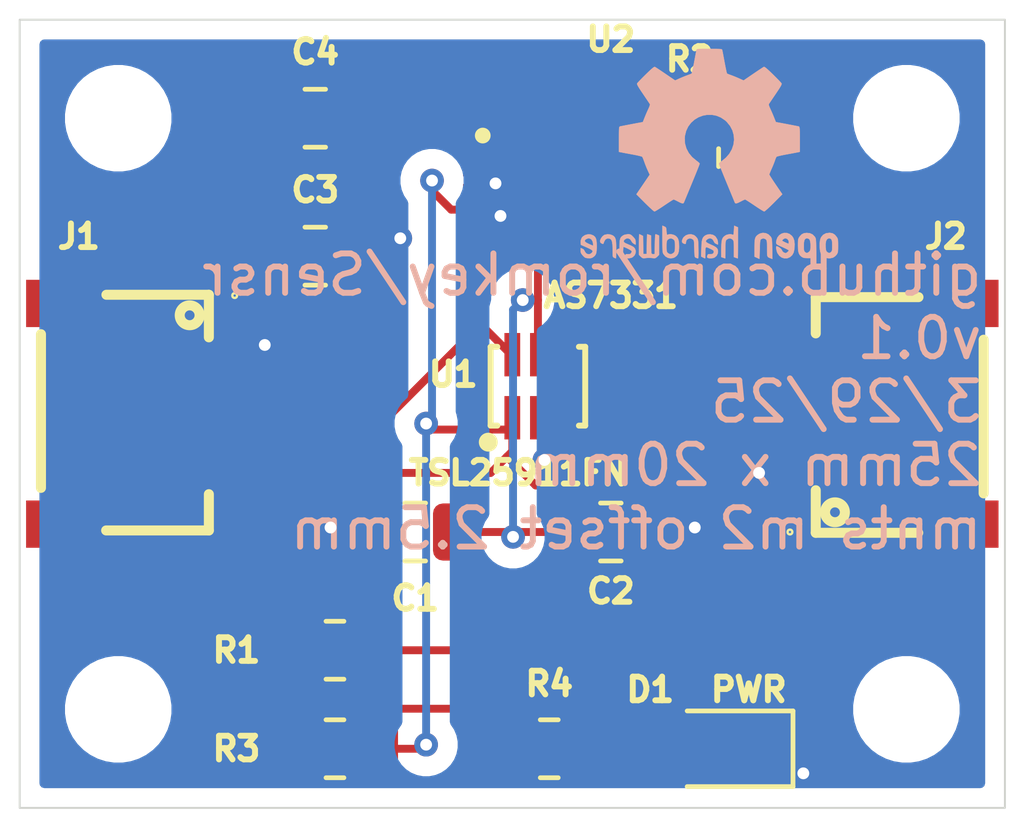
<source format=kicad_pcb>
(kicad_pcb (version 20241229) (generator "pcbnew") (generator_version "9.0")
  (layers (0 "F.Cu" signal) (2 "B.Cu" signal) (13 "F.Paste" user) (15 "B.Paste" user) (5 "F.SilkS" user "F.Silkscreen") (7 "B.SilkS" user "B.Silkscreen") (1 "F.Mask" user) (3 "B.Mask" user) (25 "Edge.Cuts" user))
  (net 0 "")
  (net 1 "GND")
  (net 2 "+3.3V")
  (net 4 "+3V3")
  (net 5 "/SDA")
  (net 6 "/SCL")
  (net 10 "Net-(D1-A)")
  (net 11 "Net-(U2-REXT)")
  (footprint "MountingHole:MountingHole_2.2mm_M2" (layer "F.Cu") (at 22.5 22.5)
    (property "Reference" "M2" (hide yes))
    (property "Value" "MountingHole_2.2mm_M2" (hide yes))
    (pad "" np_thru_hole circle (at 0 0) (size 2.2 2.2) (drill 2.2) (layers "*.Cu" "*.Mask"))
  )
  (footprint "MountingHole:MountingHole_2.2mm_M2" (layer "F.Cu") (at 42.5 22.5)
    (property "Reference" "M4" (hide yes))
    (property "Value" "MountingHole_2.2mm_M2" (hide yes))
    (pad "" np_thru_hole circle (at 0 0) (size 2.2 2.2) (drill 2.2) (layers "*.Cu" "*.Mask"))
  )
  (footprint "Resistor_SMD:R_0805_2012Metric_Pad1.20x1.40mm_HandSolder" (layer "F.Cu") (at 28 36)
    (property "Reference" "R1" (at -2.5 0 0) (layer "F.SilkS") (effects (font (size 0.6 0.6))))
    (property "Value" "4.7K" (hide yes))
    (pad "1" smd roundrect (at -1 0) (size 1.2 1.4) (layers "F.Cu" "F.Mask" "F.Paste") (roundrect_rratio 0.208333) (net 4 "+3V3"))
    (pad "2" smd roundrect (at 1 0) (size 1.2 1.4) (layers "F.Cu" "F.Mask" "F.Paste") (roundrect_rratio 0.208333) (net 5 "/SDA"))
  )
  (footprint "Resistor_SMD:R_0805_2012Metric_Pad1.20x1.40mm_HandSolder" (layer "F.Cu") (at 37 23.5 -90)
    (property "Reference" "R2" (at -2.5 0 0) (layer "F.SilkS") (effects (font (size 0.6 0.6))))
    (property "Value" "3.3MΩ" (hide yes))
    (pad "1" smd roundrect (at -1 0 270) (size 1.2 1.4) (layers "F.Cu" "F.Mask" "F.Paste") (roundrect_rratio 0.208333) (net 11 "Net-(U2-REXT)"))
    (pad "2" smd roundrect (at 1 0 270) (size 1.2 1.4) (layers "F.Cu" "F.Mask" "F.Paste") (roundrect_rratio 0.208333) (net 1 "GND"))
  )
  (footprint "EasyEDA:OLGA-16_L3.7-W2.6-P0.50-TL_AS7331-AQFM" (layer "F.Cu") (at 32.45 24.07)
    (property "Reference" "U2" (at 2.55 -3.57 0) (layer "F.SilkS") (effects (font (size 0.6 0.6))))
    (property "Value" "AS7331" (at 2.55 2.93 0) (layer "F.SilkS") (effects (font (size 0.6 0.6))))
    (pad "1" smd rect (at -0.75 -1.57) (size 0.3 0.3) (layers "F.Cu" "F.Mask" "F.Paste") (net 1 "GND"))
    (pad "2" smd rect (at -0.25 -1.57) (size 0.3 0.3) (layers "F.Cu" "F.Mask" "F.Paste") (net 1 "GND"))
    (pad "3" smd rect (at 0.25 -1.57) (size 0.3 0.3) (layers "F.Cu" "F.Mask" "F.Paste") (net 2 "+3.3V"))
    (pad "4" smd rect (at 0.75 -1.57) (size 0.3 0.3) (layers "F.Cu" "F.Mask" "F.Paste") (net 11 "Net-(U2-REXT)"))
    (pad "5" smd rect (at 1.05 -0.75) (size 0.3 0.3) (layers "F.Cu" "F.Mask" "F.Paste") (net 1 "GND"))
    (pad "6" smd rect (at 1.05 -0.25) (size 0.3 0.3) (layers "F.Cu" "F.Mask" "F.Paste") (net 1 "GND"))
    (pad "7" smd rect (at 1.05 0.25) (size 0.3 0.3) (layers "F.Cu" "F.Mask" "F.Paste") (net 1 "GND"))
    (pad "8" smd rect (at 1.05 0.75) (size 0.3 0.3) (layers "F.Cu" "F.Mask" "F.Paste"))
    (pad "9" smd rect (at 0.75 1.57) (size 0.3 0.3) (layers "F.Cu" "F.Mask" "F.Paste"))
    (pad "10" smd rect (at 0.25 1.57) (size 0.3 0.3) (layers "F.Cu" "F.Mask" "F.Paste") (net 2 "+3.3V"))
    (pad "11" smd rect (at -0.25 1.57) (size 0.3 0.3) (layers "F.Cu" "F.Mask" "F.Paste") (net 1 "GND"))
    (pad "12" smd rect (at -0.75 1.57) (size 0.3 0.3) (layers "F.Cu" "F.Mask" "F.Paste") (net 5 "/SDA"))
    (pad "13" smd rect (at -1.05 0.75) (size 0.3 0.3) (layers "F.Cu" "F.Mask" "F.Paste") (net 6 "/SCL"))
    (pad "14" smd rect (at -1.05 0.25) (size 0.3 0.3) (layers "F.Cu" "F.Mask" "F.Paste") (net 1 "GND"))
    (pad "15" smd rect (at -1.05 -0.25) (size 0.3 0.3) (layers "F.Cu" "F.Mask" "F.Paste") (net 1 "GND"))
    (pad "16" smd rect (at -1.05 -0.75) (size 0.3 0.3) (layers "F.Cu" "F.Mask" "F.Paste") (net 1 "GND"))
  )
  (footprint "MountingHole:MountingHole_2.2mm_M2" (layer "F.Cu") (at 42.5 37.5)
    (property "Reference" "M3" (hide yes))
    (property "Value" "MountingHole_2.2mm_M2" (hide yes))
    (pad "" np_thru_hole circle (at 0 0) (size 2.2 2.2) (drill 2.2) (layers "*.Cu" "*.Mask"))
  )
  (footprint "Resistor_SMD:R_0805_2012Metric_Pad1.20x1.40mm_HandSolder" (layer "F.Cu") (at 28 38.5)
    (property "Reference" "R3" (at -2.5 0 0) (layer "F.SilkS") (effects (font (size 0.6 0.6))))
    (property "Value" "4.7K" (hide yes))
    (pad "1" smd roundrect (at -1 0) (size 1.2 1.4) (layers "F.Cu" "F.Mask" "F.Paste") (roundrect_rratio 0.208333) (net 4 "+3V3"))
    (pad "2" smd roundrect (at 1 0) (size 1.2 1.4) (layers "F.Cu" "F.Mask" "F.Paste") (roundrect_rratio 0.208333) (net 6 "/SCL"))
  )
  (footprint "footprint:CONN-SMD_4P-P1.00_SM04B-SRSS-TB-LF-SN" (layer "F.Cu") (at 42 30 90)
    (property "Reference" "J2" (at 4.5 1.5 0) (layer "F.SilkS") (effects (font (size 0.6 0.6))))
    (property "Value" "SM04B-SRSS-TB_(LF)(SN)" (hide yes))
    (pad "1" smd rect (at -1.499873 -1.938024 90) (size 0.6 1.550013) (layers "F.Cu" "F.Mask" "F.Paste") (net 1 "GND"))
    (pad "2" smd rect (at -0.499873 -1.938024 90) (size 0.6 1.550013) (layers "F.Cu" "F.Mask" "F.Paste") (net 4 "+3V3"))
    (pad "3" smd rect (at 0.500381 -1.937516 90) (size 0.6 1.550013) (layers "F.Cu" "F.Mask" "F.Paste") (net 5 "/SDA"))
    (pad "4" smd rect (at 1.500381 -1.937516 90) (size 0.6 1.550013) (layers "F.Cu" "F.Mask" "F.Paste") (net 6 "/SCL"))
    (pad "5" smd rect (at 2.800102 1.938024 90) (size 1.2 1.8) (layers "F.Cu" "F.Mask" "F.Paste"))
    (pad "6" smd rect (at -2.800102 1.937516 90) (size 1.2 1.8) (layers "F.Cu" "F.Mask" "F.Paste"))
  )
  (footprint "footprint:CONN-SMD_4P-P1.00_SM04B-SRSS-TB-LF-SN" (layer "F.Cu") (at 23 30 -90)
    (property "Reference" "J1" (at -4.5 1.5 0) (layer "F.SilkS") (effects (font (size 0.6 0.6))))
    (property "Value" "SM04B-SRSS-TB_(LF)(SN)" (hide yes))
    (pad "1" smd rect (at -1.499873 -1.938024 270) (size 0.6 1.550013) (layers "F.Cu" "F.Mask" "F.Paste") (net 1 "GND"))
    (pad "2" smd rect (at -0.499873 -1.938024 270) (size 0.6 1.550013) (layers "F.Cu" "F.Mask" "F.Paste") (net 4 "+3V3"))
    (pad "3" smd rect (at 0.500381 -1.937516 270) (size 0.6 1.550013) (layers "F.Cu" "F.Mask" "F.Paste") (net 5 "/SDA"))
    (pad "4" smd rect (at 1.500381 -1.937516 270) (size 0.6 1.550013) (layers "F.Cu" "F.Mask" "F.Paste") (net 6 "/SCL"))
    (pad "5" smd rect (at 2.800102 1.938024 270) (size 1.2 1.8) (layers "F.Cu" "F.Mask" "F.Paste"))
    (pad "6" smd rect (at -2.800102 1.937516 270) (size 1.2 1.8) (layers "F.Cu" "F.Mask" "F.Paste"))
  )
  (footprint "Resistor_SMD:R_0805_2012Metric_Pad1.20x1.40mm_HandSolder" (layer "F.Cu") (at 33.4375 38.5)
    (property "Reference" "R4" (at 0 -1.65 0) (layer "F.SilkS") (effects (font (size 0.6 0.6))))
    (property "Value" "10K" (hide yes))
    (pad "1" smd roundrect (at -1 0) (size 1.2 1.4) (layers "F.Cu" "F.Mask" "F.Paste") (roundrect_rratio 0.208333) (net 4 "+3V3"))
    (pad "2" smd roundrect (at 1 0) (size 1.2 1.4) (layers "F.Cu" "F.Mask" "F.Paste") (roundrect_rratio 0.208333) (net 10 "Net-(D1-A)"))
  )
  (footprint "Capacitor_SMD:C_0805_2012Metric_Pad1.18x1.45mm_HandSolder" (layer "F.Cu") (at 35 33)
    (property "Reference" "C2" (at 0 1.5 0) (layer "F.SilkS") (effects (font (size 0.6 0.6))))
    (property "Value" "10µF" (hide yes))
    (pad "1" smd roundrect (at -1.0375 0) (size 1.175 1.45) (layers "F.Cu" "F.Mask" "F.Paste") (roundrect_rratio 0.212766) (net 2 "+3.3V"))
    (pad "2" smd roundrect (at 1.0375 0) (size 1.175 1.45) (layers "F.Cu" "F.Mask" "F.Paste") (roundrect_rratio 0.212766) (net 1 "GND"))
  )
  (footprint "EasyEDA:DFN-6_L2.4-W2.0-P0.65-BL" (layer "F.Cu") (at 33.15 29.3)
    (property "Reference" "U1" (at -2.15 -0.3 0) (layer "F.SilkS") (effects (font (size 0.6 0.6))))
    (property "Value" "TSL25911FN" (at -0.5 2.2 0) (layer "F.SilkS") (effects (font (size 0.6 0.6))))
    (pad "1" smd rect (at -0.65 0.8) (size 0.4 1.1) (layers "F.Cu" "F.Mask" "F.Paste") (net 6 "/SCL"))
    (pad "2" smd rect (at 0 0.8) (size 0.4 1.1) (layers "F.Cu" "F.Mask" "F.Paste"))
    (pad "3" smd rect (at 0.65 0.8) (size 0.4 1.1) (layers "F.Cu" "F.Mask" "F.Paste") (net 1 "GND"))
    (pad "4" smd rect (at 0.65 -0.8) (size 0.4 1.1) (layers "F.Cu" "F.Mask" "F.Paste"))
    (pad "5" smd rect (at 0 -0.8) (size 0.4 1.1) (layers "F.Cu" "F.Mask" "F.Paste") (net 2 "+3.3V"))
    (pad "6" smd rect (at -0.65 -0.8) (size 0.4 1.1) (layers "F.Cu" "F.Mask" "F.Paste") (net 5 "/SDA"))
  )
  (footprint "Capacitor_SMD:C_0805_2012Metric_Pad1.18x1.45mm_HandSolder" (layer "F.Cu") (at 30.0375 33 180)
    (property "Reference" "C1" (at 0 -1.68 0) (layer "F.SilkS") (effects (font (size 0.6 0.6))))
    (property "Value" "100nF" (hide yes))
    (pad "1" smd roundrect (at -1.0375 0 180) (size 1.175 1.45) (layers "F.Cu" "F.Mask" "F.Paste") (roundrect_rratio 0.212766) (net 2 "+3.3V"))
    (pad "2" smd roundrect (at 1.0375 0 180) (size 1.175 1.45) (layers "F.Cu" "F.Mask" "F.Paste") (roundrect_rratio 0.212766) (net 1 "GND"))
  )
  (footprint "LED_SMD:LED_0805_2012Metric" (layer "F.Cu") (at 37.9375 38.5 180)
    (property "Reference" "D1" (at 1.9375 1.5 0) (layer "F.SilkS") (effects (font (size 0.6 0.6))))
    (property "Value" "PWR" (at -0.5625 1.5 0) (layer "F.SilkS") (effects (font (size 0.6 0.6))))
    (pad "1" smd roundrect (at -0.9375 0 180) (size 0.975 1.4) (layers "F.Cu" "F.Mask" "F.Paste") (net 1 "GND"))
    (pad "2" smd roundrect (at 0.9375 0 180) (size 0.975 1.4) (layers "F.Cu" "F.Mask" "F.Paste") (net 10 "Net-(D1-A)"))
  )
  (footprint "Capacitor_SMD:C_0805_2012Metric_Pad1.18x1.45mm_HandSolder" (layer "F.Cu") (at 27.5 26)
    (property "Reference" "C3" (at 0 -1.68 0) (layer "F.SilkS") (effects (font (size 0.6 0.6))))
    (property "Value" "100nF" (hide yes))
    (pad "1" smd roundrect (at -1.0375 0) (size 1.175 1.45) (layers "F.Cu" "F.Mask" "F.Paste") (roundrect_rratio 0.212766) (net 2 "+3.3V"))
    (pad "2" smd roundrect (at 1.0375 0) (size 1.175 1.45) (layers "F.Cu" "F.Mask" "F.Paste") (roundrect_rratio 0.212766) (net 1 "GND"))
  )
  (footprint "MountingHole:MountingHole_2.2mm_M2" (layer "F.Cu") (at 22.5 37.5)
    (property "Reference" "M1" (hide yes))
    (property "Value" "MountingHole_2.2mm_M2" (hide yes))
    (pad "" np_thru_hole circle (at 0 0) (size 2.2 2.2) (drill 2.2) (layers "*.Cu" "*.Mask"))
  )
  (footprint "Capacitor_SMD:C_0805_2012Metric_Pad1.18x1.45mm_HandSolder" (layer "F.Cu") (at 27.5 22.5)
    (property "Reference" "C4" (at 0 -1.68 0) (layer "F.SilkS") (effects (font (size 0.6 0.6))))
    (property "Value" "100nF" (hide yes))
    (pad "1" smd roundrect (at -1.0375 0) (size 1.175 1.45) (layers "F.Cu" "F.Mask" "F.Paste") (roundrect_rratio 0.212766) (net 2 "+3.3V"))
    (pad "2" smd roundrect (at 1.0375 0) (size 1.175 1.45) (layers "F.Cu" "F.Mask" "F.Paste") (roundrect_rratio 0.212766) (net 1 "GND"))
  )
  (footprint "1myFootprints:OSHW-Logo2_7.3x6mm_SilkScreen" (layer "B.Cu") (at 37.5 23.5 180)
    (property "Reference" "REF**" (hide yes))
    (property "Value" "OSHW-Logo2_7.3x6mm_SilkScreen" (hide yes))
  )
  (gr_rect (start 20 20) (end 45 40) (stroke (width 0.05)) (fill no) (layer "Edge.Cuts"))
  (gr_text "github.com/romkey/Sensr\nv0.1\n3/29/25\n25mm x 20mm\nmnts m2 offset 2.5mm\n" (at 44.5 33.5 0) (layer "B.SilkS") (effects (font (size 1 1)) (justify left bottom mirror)))
  (segment (start 33.3225 23.7717) (end 33.5 23.7717) (width 0.2) (layer "F.Cu") (net 1))
  (segment (start 31.7 22.5683) (end 31.7 22.5) (width 0.2) (layer "F.Cu") (net 1))
  (segment (start 33.5 23.82) (end 33.2742 23.82) (width 0.2) (layer "F.Cu") (net 1))
  (segment (start 26.2188 28.2536) (end 26.0147 28.4577) (width 0.2) (layer "F.Cu") (net 1))
  (segment (start 31.4 22.8683) (end 31.7 22.5683) (width 0.2) (layer "F.Cu") (net 1))
  (segment (start 33.8 30.9517) (end 33.5368 30.9517) (width 0.2) (layer "F.Cu") (net 1))
  (segment (start 32.0739 24.1533) (end 32.0739 24.2089) (width 0.2) (layer "F.Cu") (net 1))
  (segment (start 28.8855 32.8855) (end 29 33) (width 0.2) (layer "F.Cu") (net 1))
  (segment (start 32.2 25.64) (end 32.2 24.9795) (width 0.2) (layer "F.Cu") (net 1))
  (segment (start 31.9628 24.2089) (end 32.0739 24.2089) (width 0.2) (layer "F.Cu") (net 1))
  (segment (start 26.0147 28.4577) (end 26.0147 28.5001) (width 0.2) (layer "F.Cu") (net 1))
  (segment (start 28.9914 25.5461) (end 28.5375 26) (width 0.2) (layer "F.Cu") (net 1))
  (segment (start 27.8872 32.8855) (end 28.8855 32.8855) (width 0.2) (layer "F.Cu") (net 1))
  (segment (start 33.0483 24.0978) (end 33.0483 23.82) (width 0.2) (layer "F.Cu") (net 1))
  (segment (start 29.6574 25.5461) (end 28.9914 25.5461) (width 0.2) (layer "F.Cu") (net 1))
  (segment (start 37.1303 32.8855) (end 36.152 32.8855) (width 0.2) (layer "F.Cu") (net 1))
  (segment (start 32.9372 24.2089) (end 33.0483 24.0978) (width 0.2) (layer "F.Cu") (net 1))
  (segment (start 31.7 22.5) (end 32.2 22.5) (width 0.2) (layer "F.Cu") (net 1))
  (segment (start 33.5368 30.9517) (end 33.3157 31.1728) (width 0.2) (layer "F.Cu") (net 1))
  (segment (start 31.4 24.32) (end 31.4 23.82) (width 0.2) (layer "F.Cu") (net 1))
  (segment (start 33.2742 23.82) (end 33.0483 23.82) (width 0.2) (layer "F.Cu") (net 1))
  (segment (start 33.5 24.32) (end 36.82 24.32) (width 0.2) (layer "F.Cu") (net 1))
  (segment (start 31.4 23.82) (end 31.4 23.32) (width 0.2) (layer "F.Cu") (net 1))
  (segment (start 38.7618 31.4999) (end 40.062 31.4999) (width 0.2) (layer "F.Cu") (net 1))
  (segment (start 33.8 30.1) (end 33.8 30.9517) (width 0.2) (layer "F.Cu") (net 1))
  (segment (start 31.8517 24.32) (end 31.9628 24.2089) (width 0.2) (layer "F.Cu") (net 1))
  (segment (start 31.4 24.32) (end 31.8517 24.32) (width 0.2) (layer "F.Cu") (net 1))
  (segment (start 31.4 23.32) (end 31.4 22.8683) (width 0.2) (layer "F.Cu") (net 1))
  (segment (start 28.5375 22.5) (end 31.7 22.5) (width 0.2) (layer "F.Cu") (net 1))
  (segment (start 33.5 23.32) (end 33.5 23.7717) (width 0.2) (layer "F.Cu") (net 1))
  (segment (start 39.4984 39.1234) (end 38.875 38.5) (width 0.2) (layer "F.Cu") (net 1))
  (segment (start 36.152 32.8855) (end 36.0375 33) (width 0.2) (layer "F.Cu") (net 1))
  (segment (start 33.2742 23.82) (end 33.3225 23.7717) (width 0.2) (layer "F.Cu") (net 1))
  (segment (start 36.82 24.32) (end 37 24.5) (width 0.2) (layer "F.Cu") (net 1))
  (segment (start 32.9372 24.2089) (end 33.0483 24.32) (width 0.2) (layer "F.Cu") (net 1))
  (segment (start 39.8845 39.1234) (end 39.4984 39.1234) (width 0.2) (layer "F.Cu") (net 1))
  (segment (start 32.0739 24.2089) (end 32.9372 24.2089) (width 0.2) (layer "F.Cu") (net 1))
  (segment (start 24.938 28.5001) (end 26.0147 28.5001) (width 0.2) (layer "F.Cu") (net 1))
  (segment (start 33.5 24.32) (end 33.0483 24.32) (width 0.2) (layer "F.Cu") (net 1))
  (via (at 29.6574 25.5461) (size 0.6) (drill 0.3) (layers "F.Cu" "B.Cu") (net 1))
  (via (at 33.3157 31.1728) (size 0.6) (drill 0.3) (layers "F.Cu" "B.Cu") (net 1))
  (via (at 32.2 24.9795) (size 0.6) (drill 0.3) (layers "F.Cu" "B.Cu") (net 1))
  (via (at 26.2188 28.2536) (size 0.6) (drill 0.3) (layers "F.Cu" "B.Cu") (net 1))
  (via (at 32.0739 24.1533) (size 0.6) (drill 0.3) (layers "F.Cu" "B.Cu") (net 1))
  (via (at 27.8872 32.8855) (size 0.6) (drill 0.3) (layers "F.Cu" "B.Cu") (net 1))
  (via (at 37.1303 32.8855) (size 0.6) (drill 0.3) (layers "F.Cu" "B.Cu") (net 1))
  (via (at 39.8845 39.1234) (size 0.6) (drill 0.3) (layers "F.Cu" "B.Cu") (net 1))
  (via (at 38.7618 31.4999) (size 0.6) (drill 0.3) (layers "F.Cu" "B.Cu") (net 1))
  (segment (start 32.5188 33) (end 33.9625 33) (width 0.2) (layer "F.Cu") (net 2))
  (segment (start 26.4625 22.5) (end 26.4625 26) (width 0.2) (layer "F.Cu") (net 2))
  (segment (start 31.075 33) (end 32.5188 33) (width 0.2) (layer "F.Cu") (net 2))
  (segment (start 32.7 26.0917) (end 33.1358 26.0917) (width 0.2) (layer "F.Cu") (net 2))
  (segment (start 37.7414 21.5739) (end 33.1744 21.5739) (width 0.2) (layer "F.Cu") (net 2))
  (segment (start 32.7 25.64) (end 32.7 26.0917) (width 0.2) (layer "F.Cu") (net 2))
  (segment (start 27.5392 21.4233) (end 32.075 21.4233) (width 0.2) (layer "F.Cu") (net 2))
  (segment (start 33.15 28.5) (end 33.15 27.1142) (width 0.2) (layer "F.Cu") (net 2))
  (segment (start 38.0441 21.8766) (end 37.7414 21.5739) (width 0.2) (layer "F.Cu") (net 2))
  (segment (start 33.1744 21.5739) (end 32.7 22.0483) (width 0.2) (layer "F.Cu") (net 2))
  (segment (start 33.15 26.1059) (end 36.9841 26.1059) (width 0.2) (layer "F.Cu") (net 2))
  (segment (start 33.15 27.1142) (end 33.15 26.1059) (width 0.2) (layer "F.Cu") (net 2))
  (segment (start 32.075 21.4233) (end 32.7 22.0483) (width 0.2) (layer "F.Cu") (net 2))
  (segment (start 33.1358 26.0917) (end 33.15 26.1059) (width 0.2) (layer "F.Cu") (net 2))
  (segment (start 32.5188 33.1229) (end 32.5188 33) (width 0.2) (layer "F.Cu") (net 2))
  (segment (start 26.4625 22.5) (end 27.5392 21.4233) (width 0.2) (layer "F.Cu") (net 2))
  (segment (start 38.0441 25.0459) (end 38.0441 21.8766) (width 0.2) (layer "F.Cu") (net 2))
  (segment (start 33.15 27.1142) (end 32.7642 27.1142) (width 0.2) (layer "F.Cu") (net 2))
  (segment (start 32.7 22.5) (end 32.7 22.0483) (width 0.2) (layer "F.Cu") (net 2))
  (segment (start 36.9841 26.1059) (end 38.0441 25.0459) (width 0.2) (layer "F.Cu") (net 2))
  (via (at 32.5188 33.1229) (size 0.6) (drill 0.3) (layers "F.Cu" "B.Cu") (net 2))
  (via (at 32.7642 27.1142) (size 0.6) (drill 0.3) (layers "F.Cu" "B.Cu") (net 2))
  (segment (start 32.5188 27.3596) (end 32.5188 33.1229) (width 0.2) (layer "B.Cu") (net 2))
  (segment (start 32.7642 27.1142) (end 32.5188 27.3596) (width 0.2) (layer "B.Cu") (net 2))
  (segment (start 36.066 37.0012) (end 33.9363 37.0012) (width 0.2) (layer "F.Cu") (net 4))
  (segment (start 23.4231 32.4231) (end 27 36) (width 0.2) (layer "F.Cu") (net 4))
  (segment (start 41.1387 30.4999) (end 41.1387 31.9285) (width 0.2) (layer "F.Cu") (net 4))
  (segment (start 41.1387 31.9285) (end 36.066 37.0012) (width 0.2) (layer "F.Cu") (net 4))
  (segment (start 23.4231 29.9383) (end 23.4231 32.4231) (width 0.2) (layer "F.Cu") (net 4))
  (segment (start 27 38.5) (end 27 37.4844) (width 0.2) (layer "F.Cu") (net 4))
  (segment (start 24.938 29.5001) (end 23.8613 29.5001) (width 0.2) (layer "F.Cu") (net 4))
  (segment (start 27 37.4844) (end 27 36) (width 0.2) (layer "F.Cu") (net 4))
  (segment (start 27 37.4844) (end 31.4219 37.4844) (width 0.2) (layer "F.Cu") (net 4))
  (segment (start 31.4219 37.4844) (end 32.4375 38.5) (width 0.2) (layer "F.Cu") (net 4))
  (segment (start 33.9363 37.0012) (end 32.4375 38.5) (width 0.2) (layer "F.Cu") (net 4))
  (segment (start 23.8613 29.5001) (end 23.4231 29.9383) (width 0.2) (layer "F.Cu") (net 4))
  (segment (start 40.062 30.4999) (end 41.1387 30.4999) (width 0.2) (layer "F.Cu") (net 4))
  (segment (start 24.9375 30.5004) (end 28.9297 30.5004) (width 0.2) (layer "F.Cu") (net 5))
  (segment (start 29 36) (end 26.6122 33.6122) (width 0.2) (layer "F.Cu") (net 5))
  (segment (start 28.9297 30.5004) (end 31.7 27.7301) (width 0.2) (layer "F.Cu") (net 5))
  (segment (start 35 32.4219) (end 35 33.6251) (width 0.2) (layer "F.Cu") (net 5))
  (segment (start 31.7 27.7301) (end 31.7 25.64) (width 0.2) (layer "F.Cu") (net 5))
  (segment (start 35 33.6251) (end 32.6251 36) (width 0.2) (layer "F.Cu") (net 5))
  (segment (start 26.6122 33.6122) (end 25.4992 33.6122) (width 0.2) (layer "F.Cu") (net 5))
  (segment (start 23.8608 31.9738) (end 23.8608 30.5004) (width 0.2) (layer "F.Cu") (net 5))
  (segment (start 25.4992 33.6122) (end 23.8608 31.9738) (width 0.2) (layer "F.Cu") (net 5))
  (segment (start 40.0625 29.4996) (end 37.9223 29.4996) (width 0.2) (layer "F.Cu") (net 5))
  (segment (start 37.9223 29.4996) (end 35 32.4219) (width 0.2) (layer "F.Cu") (net 5))
  (segment (start 24.9375 30.5004) (end 23.8608 30.5004) (width 0.2) (layer "F.Cu") (net 5))
  (segment (start 32.4699 28.5) (end 31.7 27.7301) (width 0.2) (layer "F.Cu") (net 5))
  (segment (start 32.6251 36) (end 29 36) (width 0.2) (layer "F.Cu") (net 5))
  (segment (start 32.5 28.5) (end 32.4699 28.5) (width 0.2) (layer "F.Cu") (net 5))
  (segment (start 31.9513 31.5004) (end 32.3628 31.0889) (width 0.2) (layer "F.Cu") (net 6))
  (segment (start 30.4628 24.0815) (end 30.4628 24.3345) (width 0.2) (layer "F.Cu") (net 6))
  (segment (start 32.3628 31.0889) (end 33.0913 31.8174) (width 0.2) (layer "F.Cu") (net 6))
  (segment (start 31.4 24.82) (end 30.9483 24.82) (width 0.2) (layer "F.Cu") (net 6))
  (segment (start 32.5 30.1) (end 32.5 30.4002) (width 0.2) (layer "F.Cu") (net 6))
  (segment (start 30.2096 38.5) (end 30.313 38.3966) (width 0.2) (layer "F.Cu") (net 6))
  (segment (start 36.8444 28.4996) (end 40.0625 28.4996) (width 0.2) (layer "F.Cu") (net 6))
  (segment (start 32.5 30.4002) (end 32.5 30.9517) (width 0.2) (layer "F.Cu") (net 6))
  (segment (start 32.5 30.4002) (end 30.4654 30.4002) (width 0.2) (layer "F.Cu") (net 6))
  (segment (start 24.9375 31.5004) (end 31.9513 31.5004) (width 0.2) (layer "F.Cu") (net 6))
  (segment (start 32.3628 31.0889) (end 32.5 30.9517) (width 0.2) (layer "F.Cu") (net 6))
  (segment (start 30.4654 30.4002) (end 30.313 30.2478) (width 0.2) (layer "F.Cu") (net 6))
  (segment (start 29 38.5) (end 30.2096 38.5) (width 0.2) (layer "F.Cu") (net 6))
  (segment (start 33.0913 31.8174) (end 33.5266 31.8174) (width 0.2) (layer "F.Cu") (net 6))
  (segment (start 30.4628 24.3345) (end 30.9483 24.82) (width 0.2) (layer "F.Cu") (net 6))
  (segment (start 33.5266 31.8174) (end 36.8444 28.4996) (width 0.2) (layer "F.Cu") (net 6))
  (via (at 30.313 38.3966) (size 0.6) (drill 0.3) (layers "F.Cu" "B.Cu") (net 6))
  (via (at 30.4628 24.0815) (size 0.6) (drill 0.3) (layers "F.Cu" "B.Cu") (net 6))
  (via (at 30.313 30.2478) (size 0.6) (drill 0.3) (layers "F.Cu" "B.Cu") (net 6))
  (segment (start 30.313 30.2478) (end 30.4628 30.098) (width 0.2) (layer "B.Cu") (net 6))
  (segment (start 30.4628 30.098) (end 30.4628 24.0815) (width 0.2) (layer "B.Cu") (net 6))
  (segment (start 30.313 38.3966) (end 30.313 30.2478) (width 0.2) (layer "B.Cu") (net 6))
  (segment (start 37 38.5) (end 34.4375 38.5) (width 0.2) (layer "F.Cu") (net 10))
  (segment (start 37 22.5) (end 33.2 22.5) (width 0.2) (layer "F.Cu") (net 11))
  (zone (net 1) (net_name "GND") (layer "B.Cu") (connect_pads (clearance 0.5)) (min_thickness 0.25) (fill yes (thermal_gap 0.5) (thermal_bridge_width 0.5))
    (polygon (pts (xy 19.5 19.5) (xy 45.5 19.5) (xy 45.5 40.5) (xy 19.5 40.5)))
  )
)
</source>
